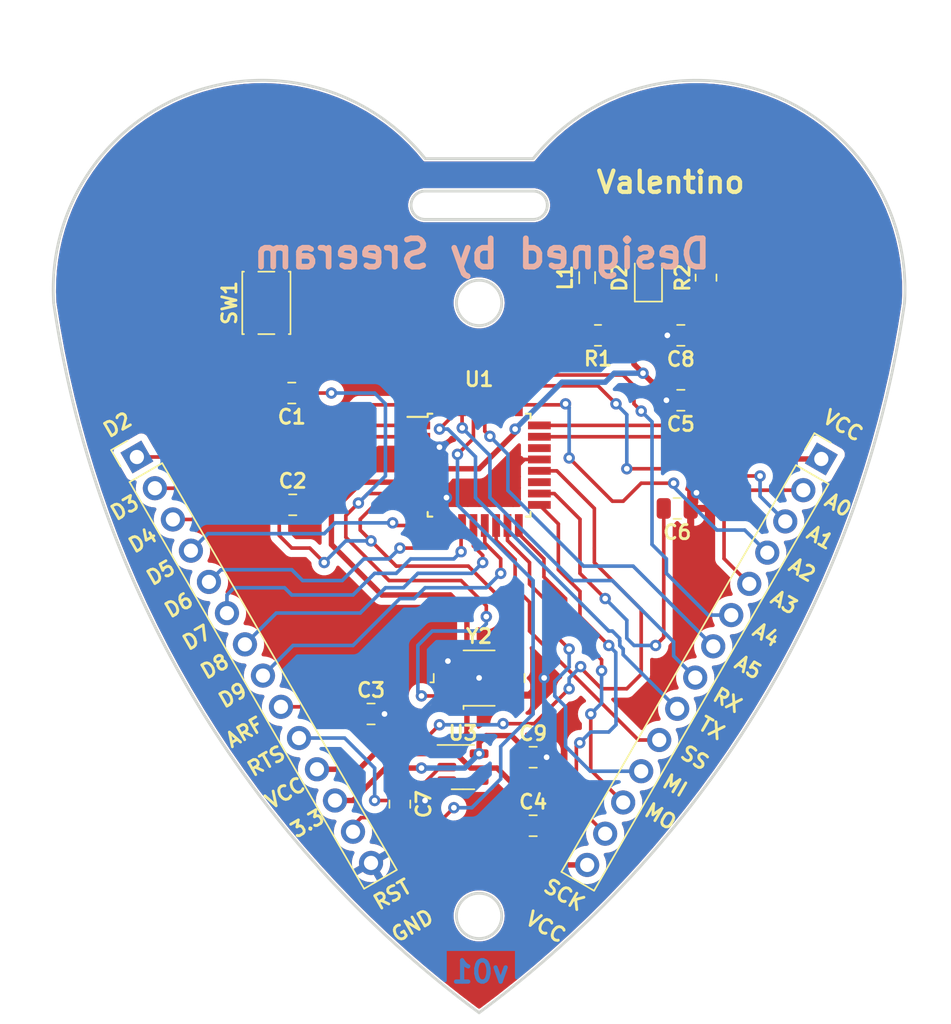
<source format=kicad_pcb>
(kicad_pcb (version 20221018) (generator pcbnew)
  (title_block (title "Valentino") (date "2024-02-14") (rev "v01") (comment 2 "creativecommons.org/licenses/by/4.0/") (comment 3 "License: CC BY 4.0") (comment 4 "Author: Sreeram"))
  (layers (0 "F.Cu" signal) (31 "B.Cu" signal) (34 "B.Paste" user) (35 "F.Paste" user) (36 "B.SilkS" user "B.Silkscreen") (37 "F.SilkS" user "F.Silkscreen") (38 "B.Mask" user) (39 "F.Mask" user) (44 "Edge.Cuts" user))
  (net 0 "")
  (net 1 "VCC")
  (net 2 "/RESET")
  (net 3 "Net-(D2-A)")
  (net 4 "GND")
  (net 7 "+3.3V")
  (net 8 "/D3")
  (net 9 "/D4")
  (net 10 "/XTAL1")
  (net 11 "/XTAL2")
  (net 12 "/D5")
  (net 13 "/D6")
  (net 14 "/D7")
  (net 15 "/D8")
  (net 16 "/D9")
  (net 17 "/SS")
  (net 18 "/MOSI")
  (net 19 "/MISO")
  (net 20 "/SCK")
  (net 21 "Net-(U1-AVCC)")
  (net 23 "/AREF")
  (net 25 "/A0")
  (net 26 "/A1")
  (net 27 "/A2")
  (net 28 "/A3")
  (net 29 "/A4")
  (net 30 "/A5")
  (net 31 "/328_RX")
  (net 32 "/328_TX")
  (net 33 "/D2")
  (net 34 "/RTS")
  (footprint "Capacitor_SMD:C_0805_2012Metric" (layer "F.Cu") (at 156.21 108.204)
    (fp_text reference "C9")
    (fp_text value "1uF")
  )
  (footprint "LED_SMD:LED_0805_2012Metric" (layer "F.Cu") (at 164.338 74.422 90)
    (fp_text reference "D2")
    (fp_text value "PWR")
  )
  (footprint "Capacitor_SMD:C_0805_2012Metric" (layer "F.Cu") (at 166.624 78.486 180)
    (fp_text reference "C8")
    (fp_text value "1uF")
  )
  (footprint "Resistor_SMD:R_0805_2012Metric" (layer "F.Cu") (at 168.402 74.422 90)
    (fp_text reference "R2")
    (fp_text value "1k")
  )
  (footprint "Package_QFP:TQFP-32_7x7mm_P0.8mm" (layer "F.Cu") (at 152.4 87.63)
    (fp_text reference "U1")
    (fp_text value "ATmega328-A")
  )
  (footprint "Capacitor_SMD:C_0805_2012Metric" (layer "F.Cu") (at 139.192 82.55 180)
    (fp_text reference "C1")
    (fp_text value "22pF")
  )
  (footprint "Capacitor_SMD:C_0805_2012Metric" (layer "F.Cu") (at 166.37 90.678 180)
    (fp_text reference "C6")
    (fp_text value "100nF")
  )
  (footprint "Capacitor_SMD:C_0805_2012Metric" (layer "F.Cu") (at 144.78 105.156)
    (fp_text reference "C3")
    (fp_text value "10nF")
  )
  (footprint "Package_TO_SOT_SMD:SOT-23-5" (layer "F.Cu") (at 151.2625 108.9)
    (fp_text reference "U3")
    (fp_text value "MIC5504-3.3YM5")
  )
  (footprint "Connector_PinHeader_2.54mm:PinHeader_1x14_P2.54mm_Vertical" (layer "F.Cu") (at 168.485 85.037685)
    (fp_text reference "VCC")
    (fp_text value "Conn_01x14_Pin")
  )
  (footprint "Capacitor_SMD:C_0805_2012Metric" (layer "F.Cu") (at 166.624 83.058 180)
    (fp_text reference "C5")
    (fp_text value "100nF")
  )
  (footprint "Capacitor_SMD:C_0805_2012Metric" (layer "F.Cu") (at 139.258 90.424)
    (fp_text reference "C2")
    (fp_text value "22pF")
  )
  (footprint "Crystal:Crystal_SMD_0603-4Pin_6.0x3.5mm" (layer "F.Cu") (at 152.4 102.63)
    (fp_text reference "Y2")
    (fp_text value "16MHz")
  )
  (footprint "Capacitor_SMD:C_0805_2012Metric" (layer "F.Cu") (at 156.21 113.03)
    (fp_text reference "C4")
    (fp_text value "1uF")
  )
  (footprint "Button_Switch_SMD:SW_SPST_PTS810" (layer "F.Cu") (at 137.4 76.2 90)
    (fp_text reference "SW1")
    (fp_text value "SW_Push")
  )
  (footprint "Resistor_SMD:R_0805_2012Metric" (layer "F.Cu") (at 160.782 78.486 180)
    (fp_text reference "R1")
    (fp_text value "100k")
  )
  (footprint "Capacitor_SMD:C_0805_2012Metric" (layer "F.Cu") (at 146.812 111.506 -90)
    (fp_text reference "C7")
    (fp_text value "100nF")
  )
  (footprint "Inductor_SMD:L_0805_2012Metric" (layer "F.Cu") (at 160.02 74.422 90)
    (fp_text reference "L1")
    (fp_text value "10uH")
  )
  (footprint "Connector_PinHeader_2.54mm:PinHeader_1x14_P2.54mm_Vertical" (layer "F.Cu") (at 137.514723 84.462937)
    (fp_text reference "J2" hide)
    (fp_text value "Conn_01x14_Pin")
  )
  (gr_line (start 148.6 66.04) (end 156.21 66.04) (stroke (width 0.2)) (layer "Edge.Cuts"))
  (gr_line (start 148.6 70.32) (end 156.21 70.32) (stroke (width 0.2)) (layer "Edge.Cuts"))
  (gr_line (start 148.6 68.32) (end 156.21 68.32) (stroke (width 0.2)) (layer "Edge.Cuts"))
  (gr_arc (start 148.6 70.32) (mid 147.6 69.32) (end 148.6 68.32) (stroke (width 0.2)) (layer "Edge.Cuts"))
  (gr_arc (start 152.4 126.2) (mid 132.392745 104.204353) (end 122.4 76.2) (stroke (width 0.2)) (layer "Edge.Cuts"))
  (gr_circle (center 152.4 119.38) (end 154 119.38) (stroke (width 0.2)) (fill none) (layer "Edge.Cuts"))
  (gr_arc (start 182.4 76.2) (mid 172.407255 104.204353) (end 152.4 126.2) (stroke (width 0.2)) (layer "Edge.Cuts"))
  (gr_arc (start 156.21 68.32) (mid 157.21 69.32) (end 156.21 70.32) (stroke (width 0.2)) (layer "Edge.Cuts"))
  (gr_circle (center 152.4 76.2) (end 154 76.2) (stroke (width 0.2)) (fill none) (layer "Edge.Cuts"))
  (gr_arc (start 122.4 76.2) (mid 131.775189 61.514682) (end 148.6 66.04) (stroke (width 0.2)) (layer "Edge.Cuts"))
  (gr_arc (start 156.21 66.04) (mid 173.029811 61.518347) (end 182.4 76.2) (stroke (width 0.2)) (layer "Edge.Cuts"))
  (gr_text "v01" (at 154.686 124.206) (layer "B.Cu") (effects (font (size 1.5 1.5) (thickness 0.3) bold) (justify left bottom mirror)))
  (gr_text "Designed by Sreeram" (at 168.91 73.914) (layer "B.SilkS") (effects (font (size 2 2) (thickness 0.4) bold) (justify left bottom mirror)))
  (gr_text "D5" (at 129.286 96.266 30) (layer "F.SilkS") (effects (font (size 1 1) (thickness 0.2) bold) (justify left bottom)))
  (gr_text "3.3" (at 139.446 114.046 30) (layer "F.SilkS") (effects (font (size 1 1) (thickness 0.2) bold) (justify left bottom)))
  (gr_text "VCC" (at 137.668 112.014 30) (layer "F.SilkS") (effects (font (size 1 1) (thickness 0.2) bold) (justify left bottom)))
  (gr_text "A3" (at 172.72 97.282 330) (layer "F.SilkS") (effects (font (size 1 1) (thickness 0.2) bold) (justify left bottom)))
  (gr_text "MI" (at 165.1 110.236 330) (layer "F.SilkS") (effects (font (size 1 1) (thickness 0.2) bold) (justify left bottom)))
  (gr_text "A2" (at 173.99 94.996 330) (layer "F.SilkS") (effects (font (size 1 1) (thickness 0.2) bold) (justify left bottom)))
  (gr_text "D3" (at 126.746 91.694 30) (layer "F.SilkS") (effects (font (size 1 1) (thickness 0.2) bold) (justify left bottom)))
  (gr_text "RST\n" (at 145.288 119.126 30) (layer "F.SilkS") (effects (font (size 1 1) (thickness 0.2) bold) (justify left bottom)))
  (gr_text "D6" (at 130.556 98.552 30) (layer "F.SilkS") (effects (font (size 1 1) (thickness 0.2) bold) (justify left bottom)))
  (gr_text "D2" (at 126.238 85.852 30) (layer "F.SilkS") (effects (font (size 1 1) (thickness 0.2) bold) (justify left bottom)))
  (gr_text "D8" (at 133.096 102.87 30) (layer "F.SilkS") (effects (font (size 1 1) (thickness 0.2) bold) (justify left bottom)))
  (gr_text "SS\n" (at 166.37 108.204 330) (layer "F.SilkS") (effects (font (size 1 1) (thickness 0.2) bold) (justify left bottom)))
  (gr_text "A4" (at 171.45 99.568 330) (layer "F.SilkS") (effects (font (size 1 1) (thickness 0.2) bold) (justify left bottom)))
  (gr_text "GND\n" (at 146.558 121.412 30) (layer "F.SilkS") (effects (font (size 1 1) (thickness 0.2) bold) (justify left bottom)))
  (gr_text "A5" (at 170.18 101.854 330) (layer "F.SilkS") (effects (font (size 1 1) (thickness 0.2) bold) (justify left bottom)))
  (gr_text "D7" (at 131.826 100.838 30) (layer "F.SilkS") (effects (font (size 1 1) (thickness 0.2) bold) (justify left bottom)))
  (gr_text "RTS\n" (at 136.398 109.728 30) (layer "F.SilkS") (effects (font (size 1 1) (thickness 0.2) bold) (justify left bottom)))
  (gr_text "A1" (at 175.26 92.71 330) (layer "F.SilkS") (effects (font (size 1 1) (thickness 0.2) bold) (justify left bottom)))
  (gr_text "TX" (at 167.64 106.172 330) (layer "F.SilkS") (effects (font (size 1 1) (thickness 0.2) bold) (justify left bottom)))
  (gr_text "ARF\n" (at 134.874 107.696 30) (layer "F.SilkS") (effects (font (size 1 1) (thickness 0.2) bold) (justify left bottom)))
  (gr_text "D9" (at 134.366 104.902 30) (layer "F.SilkS") (effects (font (size 1 1) (thickness 0.2) bold) (justify left bottom)))
  (gr_text "A0" (at 176.53 90.424 -30) (layer "F.SilkS") (effects (font (size 1 1) (thickness 0.2) bold) (justify left bottom)))
  (gr_text "SCK" (at 156.718 117.602 330) (layer "F.SilkS") (effects (font (size 1 1) (thickness 0.2) bold) (justify left bottom)))
  (gr_text "MO" (at 163.83 112.268 330) (layer "F.SilkS") (effects (font (size 1 1) (thickness 0.2) bold) (justify left bottom)))
  (gr_text "VCC\n" (at 155.448 119.888 330) (layer "F.SilkS") (effects (font (size 1 1) (thickness 0.2) bold) (justify left bottom)))
  (gr_text "D4" (at 128.016 93.98 30) (layer "F.SilkS") (effects (font (size 1 1) (thickness 0.2) bold) (justify left bottom)))
  (gr_text "RX" (at 168.656 104.14 330) (layer "F.SilkS") (effects (font (size 1 1) (thickness 0.2) bold) (justify left bottom)))
  (gr_text "Valentino" (at 160.528 68.58) (layer "F.SilkS") (effects (font (size 1.5 1.5) (thickness 0.3) bold) (justify left bottom)))
  (segment (start 149.331 88.83) (end 148.15 88.83) (width 0.381) (layer "F.Cu") (net 1))
  (segment (start 151.5405 97.9465) (end 150.368 96.774) (width 0.381) (layer "F.Cu") (net 1))
  (segment (start 148.15 87.23) (end 149.46 87.23) (width 0.381) (layer "F.Cu") (net 1))
  (segment (start 149.86 87.884) (end 152.4 87.884) (width 0.381) (layer "F.Cu") (net 1))
  (segment (start 163.957 81.153) (end 163.322 80.518) (width 0.381) (layer "F.Cu") (net 1))
  (segment (start 160.02 75.4845) (end 160.02 75.946) (width 0.381) (layer "F.Cu") (net 1))
  (segment (start 152.4 87.884) (end 154.94 85.344) (width 0.381) (layer "F.Cu") (net 1))
  (segment (start 149.86 87.884) (end 149.86 88.301) (width 0.381) (layer "F.Cu") (net 1))
  (segment (start 144.088 88.83) (end 148.15 88.83) (width 0.381) (layer "F.Cu") (net 1))
  (segment (start 141.986 90.932) (end 144.088 88.83) (width 0.381) (layer "F.Cu") (net 1))
  (segment (start 167.574 76.774) (end 167.574 78.486) (width 0.381) (layer "F.Cu") (net 1))
  (segment (start 149.86 87.63) (end 149.86 87.884) (width 0.381) (layer "F.Cu") (net 1))
  (segment (start 150.787499 107.95) (end 151.803499 108.966) (width 0.381) (layer "F.Cu") (net 1))
  (segment (start 150.125 107.95) (end 150.787499 107.95) (width 0.381) (layer "F.Cu") (net 1))
  (segment (start 167.574 78.486) (end 167.574 83.058) (width 0.381) (layer "F.Cu") (net 1))
  (segment (start 155.26 114.366) (end 156.683495 115.789495) (width 0.381) (layer "F.Cu") (net 1))
  (segment (start 163.322 79.502) (end 162.306 78.486) (width 0.381) (layer "F.Cu") (net 1))
  (segment (start 167.574 83.058) (end 167.574 84.77) (width 0.381) (layer "F.Cu") (net 1))
  (segment (start 145.542 96.774) (end 141.986 93.218) (width 0.381) (layer "F.Cu") (net 1))
  (segment (start 149.86 88.301) (end 149.331 88.83) (width 0.381) (layer "F.Cu") (net 1))
  (segment (start 155.26 110.556) (end 155.26 113.03) (width 0.381) (layer "F.Cu") (net 1))
  (segment (start 166.304 81.788) (end 164.592 81.788) (width 0.381) (layer "F.Cu") (net 1))
  (segment (start 156.683495 115.789495) (end 160.02 115.789495) (width 0.381) (layer "F.Cu") (net 1))
  (segment (start 140.969999 109.052298) (end 143.931702 109.052298) (width 0.381) (layer "F.Cu") (net 1))
  (segment (start 145.034 107.95) (end 150.125 107.95) (width 0.381) (layer "F.Cu") (net 1))
  (segment (start 161.6945 77.6205) (end 161.6945 78.486) (width 0.381) (layer "F.Cu") (net 1))
  (segment (start 154.94 85.344) (end 154.94 85.09) (width 0.381) (layer "F.Cu") (net 1))
  (segment (start 151.5405 106.5345) (end 151.5405 97.9465) (width 0.381) (layer "F.Cu") (net 1))
  (segment (start 149.46 87.23) (end 149.86 87.63) (width 0.381) (layer "F.Cu") (net 1))
  (segment (start 160.02 75.946) (end 161.6945 77.6205) (width 0.381) (layer "F.Cu") (net 1))
  (segment (start 167.574 84.77) (end 169.997336 87.193336) (width 0.381) (layer "F.Cu") (net 1))
  (segment (start 163.322 80.518) (end 163.322 79.502) (width 0.381) (layer "F.Cu") (net 1))
  (segment (start 168.402 75.3345) (end 168.402 75.946) (width 0.381) (layer "F.Cu") (net 1))
  (segment (start 150.125 107.95) (end 151.5405 106.5345) (width 0.381) (layer "F.Cu") (net 1))
  (segment (start 153.67 108.966) (end 155.26 110.556) (width 0.381) (layer "F.Cu") (net 1))
  (segment (start 168.402 75.946) (end 167.574 76.774) (width 0.381) (layer "F.Cu") (net 1))
  (segment (start 167.574 83.058) (end 166.304 81.788) (width 0.381) (layer "F.Cu") (net 1))
  (segment (start 155.26 113.03) (end 155.26 114.366) (width 0.381) (layer "F.Cu") (net 1))
  (segment (start 151.803499 108.966) (end 153.67 108.966) (width 0.381) (layer "F.Cu") (net 1))
  (segment (start 169.997336 87.193336) (end 176.53 87.193336) (width 0.381) (layer "F.Cu") (net 1))
  (segment (start 143.931702 109.052298) (end 145.034 107.95) (width 0.381) (layer "F.Cu") (net 1))
  (segment (start 141.986 93.218) (end 141.986 90.932) (width 0.381) (layer "F.Cu") (net 1))
  (segment (start 150.368 96.774) (end 145.542 96.774) (width 0.381) (layer "F.Cu") (net 1))
  (segment (start 164.592 81.788) (end 163.957 81.153) (width 0.381) (layer "F.Cu") (net 1))
  (segment (start 162.306 78.486) (end 161.6945 78.486) (width 0.381) (layer "F.Cu") (net 1))
  (via (at 154.94 85.09) (size 0.8) (drill 0.4) (layers "F.Cu" "B.Cu") (net 1))
  (via (at 163.957 81.153) (size 0.8) (drill 0.4) (layers "F.Cu" "B.Cu") (net 1))
  (segment (start 158.242 81.788) (end 161.29 81.788) (width 0.381) (layer "B.Cu") (net 1))
  (segment (start 154.94 85.09) (end 158.242 81.788) (width 0.381) (layer "B.Cu") (net 1))
  (segment (start 161.925 81.153) (end 163.957 81.153) (width 0.381) (layer "B.Cu") (net 1))
  (segment (start 161.29 81.788) (end 161.925 81.153) (width 0.381) (layer "B.Cu") (net 1))
  (segment (start 153.808 80.518) (end 158.496 80.518) (width 0.254) (layer "F.Cu") (net 2))
  (segment (start 138.475 79.293) (end 138.475 78.275) (width 0.254) (layer "F.Cu") (net 2))
  (segment (start 152.4 80.264) (end 139.446 80.264) (width 0.254) (layer "F.Cu") (net 2))
  (segment (start 143.509999 113.451707) (end 143.509999 113.030001) (width 0.254) (layer "F.Cu") (net 2))
  (segment (start 139.446 80.264) (end 138.475 79.293) (width 0.254) (layer "F.Cu") (net 2))
  (segment (start 155.448 77.216) (end 152.4 80.264) (width 0.254) (layer "F.Cu") (net 2))
  (segment (start 149.926 112.456) (end 150.622 111.76) (width 0.254) (layer "F.Cu") (net 2))
  (segment (start 144.084 112.456) (end 146.812 112.456) (width 0.254) (layer "F.Cu") (net 2))
  (segment (start 158.496 80.518) (end 159.8695 79.1445) (width 0.254) (layer "F.Cu") (net 2))
  (segment (start 159.8695 78.486) (end 159.8695 77.5735) (width 0.254) (layer "F.Cu") (net 2))
  (segment (start 159.512 77.216) (end 155.448 77.216) (width 0.254) (layer "F.Cu") (net 2))
  (segment (start 159.8695 79.1445) (end 159.8695 78.486) (width 0.254) (layer "F.Cu") (net 2))
  (segment (start 159.8695 77.5735) (end 159.512 77.216) (width 0.254) (layer "F.Cu") (net 2))
  (segment (start 152 82.326) (end 153.808 80.518) (width 0.254) (layer "F.Cu") (net 2))
  (segment (start 146.812 112.456) (end 149.926 112.456) (width 0.254) (layer "F.Cu") (net 2))
  (segment (start 138.475 74.125) (end 138.475 78.275) (width 0.254) (layer "F.Cu") (net 2))
  (segment (start 152 85.744) (end 150.876 86.868) (width 0.254) (layer "F.Cu") (net 2))
  (segment (start 143.509999 113.030001) (end 144.084 112.456) (width 0.254) (layer "F.Cu") (net 2))
  (segment (start 152 82.326) (end 152 83.38) (width 0.254) (layer "F.Cu") (net 2))
  (segment (start 152 83.38) (end 152 85.744) (width 0.254) (layer "F.Cu") (net 2))
  (via (at 150.622 111.76) (size 0.8) (drill 0.4) (layers "F.Cu" "B.Cu") (net 2))
  (via (at 150.876 86.868) (size 0.8) (drill 0.4) (layers "F.Cu" "B.Cu") (net 2))
  (segment (start 153.924 109.728) (end 153.924 107.442) (width 0.254) (layer "B.Cu") (net 2))
  (segment (start 156.21 95.758) (end 150.876 90.424) (width 0.254) (layer "B.Cu") (net 2))
  (segment (start 156.21 105.156) (end 156.21 95.758) (width 0.254) (layer "B.Cu") (net 2))
  (segment (start 150.622 111.76) (end 151.892 111.76) (width 0.254) (layer "B.Cu") (net 2))
  (segment (start 151.892 111.76) (end 153.924 109.728) (width 0.254) (layer "B.Cu") (net 2))
  (segment (start 150.876 90.424) (end 150.876 86.868) (width 0.254) (layer "B.Cu") (net 2))
  (segment (start 153.924 107.442) (end 156.21 105.156) (width 0.254) (layer "B.Cu") (net 2))
  (segment (start 164.338 73.152) (end 164.592 72.898) (width 0.254) (layer "F.Cu") (net 3))
  (segment (start 164.338 73.4845) (end 164.338 73.152) (width 0.254) (layer "F.Cu") (net 3))
  (segment (start 167.7905 72.898) (end 168.402 73.5095) (width 0.254) (layer "F.Cu") (net 3))
  (segment (start 164.592 72.898) (end 167.7905 72.898) (width 0.254) (layer "F.Cu") (net 3))
  (segment (start 148.59 109.973052) (end 148.59 111.252) (width 0.254) (layer "F.Cu") (net 4))
  (segment (start 165.674 83.058) (end 165.608 83.058) (width 0.254) (layer "F.Cu") (net 4))
  (segment (start 149.663052 108.9) (end 148.59 109.973052) (width 0.254) (layer "F.Cu") (net 4))
  (segment (start 149.606 86.36) (end 148.22 86.36) (width 0.254) (layer "F.Cu") (net 4))
  (segment (start 156.65 87.23) (end 155.596 87.23) (width 0.254) (layer "F.Cu") (net 4))
  (segment (start 146.812 87.746) (end 146.812 86.714) (width 0.254) (layer "F.Cu") (net 4))
  (segment (start 153.614 103.83) (end 152.4 102.616) (width 0.254) (layer "F.Cu") (net 4))
  (segment (start 148.22 86.36) (end 148.15 86.43) (width 0.254) (layer "F.Cu") (net 4))
  (segment (start 146.812 86.714) (end 147.096 86.43) (width 0.254) (layer "F.Cu") (net 4))
  (segment (start 155.7725 103.83) (end 156.9865 102.616) (width 0.254) (layer "F.Cu") (net 4))
  (segment (start 148.15 88.03) (end 147.096 88.03) (width 0.254) (layer "F.Cu") (net 4))
  (segment (start 150.125 108.9) (end 149.663052 108.9) (width 0.254) (layer "F.Cu") (net 4))
  (segment (start 154.6 103.83) (end 155.7725 103.83) (width 0.254) (layer "F.Cu") (net 4))
  (segment (start 167.725931 89.576069) (end 167.725931 90.272069) (width 0.254) (layer "F.Cu") (net 4))
  (segment (start 147.096 86.43) (end 148.15 86.43) (width 0.254) (layer "F.Cu") (net 4))
  (segment (start 147.096 88.03) (end 146.812 87.746) (width 0.254) (layer "F.Cu") (net 4))
  (segment (start 155.596 87.23) (end 152.91 89.916) (width 0.254) (layer "F.Cu") (net 4))
  (segment (start 167.725931 90.272069) (end 167.32 90.678) (width 0.254) (layer "F.Cu") (net 4))
  (segment (start 154.6 103.83) (end 153.614 103.83) (width 0.254) (layer "F.Cu") (net 4))
  (segment (start 152.91 89.916) (end 150.0995 89.916) (width 0.254) (layer "F.Cu") (net 4))
  (via (at 148.59 111.252) (size 0.8) (drill 0.4) (layers "F.Cu" "B.Cu") (net 4))
  (via (at 165.674 78.486) (size 0.8) (drill 0.4) (layers "F.Cu" "B.Cu") (net 4))
  (via (at 152.4 102.616) (size 0.8) (drill 0.4) (layers "F.Cu" "B.Cu") (net 4))
  (via (at 150.2 101.43) (size 0.8) (drill 0.4) (layers "F.Cu" "B.Cu") (net 4))
  (via (at 145.73 105.156) (size 0.8) (drill 0.4) (layers "F.Cu" "B.Cu") (net 4))
  (via (at 150.0995 89.916) (size 0.8) (drill 0.4) (layers "F.Cu" "B.Cu") (net 4))
  (via (at 157.16 108.204) (size 0.8) (drill 0.4) (layers "F.Cu" "B.Cu") (net 4))
  (via (at 167.725931 89.576069) (size 0.8) (drill 0.4) (layers "F.Cu" "B.Cu") (net 4))
  (via (at 149.606 86.36) (size 0.8) (drill 0.4) (layers "F.Cu" "B.Cu") (net 4))
  (via (at 165.608 83.058) (size 0.8) (drill 0.4) (layers "F.Cu" "B.Cu") (net 4))
  (via (at 156.9865 102.616) (size 0.8) (drill 0.4) (layers "F.Cu" "B.Cu") (net 4))
  (segment (start 165.608 83.058) (end 165.674 82.992) (width 0.254) (layer "B.Cu") (net 4))
  (segment (start 145.745 105.141) (end 148.179844 105.141) (width 0.254) (layer "B.Cu") (net 4))
  (segment (start 156.9865 102.616) (end 156.9865 105.1705) (width 0.254) (layer "B.Cu") (net 4))
  (segment (start 165.608 83.058) (end 167.725931 85.175931) (width 0.254) (layer "B.Cu") (net 4))
  (segment (start 152.4 102.616) (end 151.386 102.616) (width 0.254) (layer "B.Cu") (net 4))
  (segment (start 145.73 108.392) (end 145.73 105.156) (width 0.254) (layer "B.Cu") (net 4))
  (segment (start 150.0995 89.916) (end 150.0995 86.8535) (width 0.254) (layer "B.Cu") (net 4))
  (segment (start 150.2 103.120844) (end 150.2 101.43) (width 0.254) (layer "B.Cu") (net 4))
  (segment (start 165.674 82.992) (end 165.674 78.486) (width 0.254) (layer "B.Cu") (net 4))
  (segment (start 150.0995 86.8535) (end 149.606 86.36) (width 0.254) (layer "B.Cu") (net 4))
  (segment (start 167.725931 85.175931) (end 167.725931 89.576069) (width 0.254) (layer "B.Cu") (net 4))
  (segment (start 151.386 102.616) (end 150.2 101.43) (width 0.254) (layer "B.Cu") (net 4))
  (segment (start 145.73 105.156) (end 145.745 105.141) (width 0.254) (layer "B.Cu") (net 4))
  (segment (start 156.9865 105.1705) (end 157.48 105.664) (width 0.254) (layer "B.Cu") (net 4))
  (segment (start 148.179844 105.141) (end 150.2 103.120844) (width 0.254) (layer "B.Cu") (net 4))
  (segment (start 148.59 111.252) (end 145.73 108.392) (width 0.254) (layer "B.Cu") (net 4))
  (segment (start 157.48 107.884) (end 157.16 108.204) (width 0.254) (layer "B.Cu") (net 4))
  (segment (start 157.48 105.664) (end 157.48 107.884) (width 0.254) (layer "B.Cu") (net 4))
  (segment (start 155.26 108.204) (end 155.26 107.254) (width 0.381) (layer "F.Cu") (net 7))
  (segment (start 145.796 108.966) (end 148.336 108.966) (width 0.381) (layer "F.Cu") (net 7))
  (segment (start 155.26 107.254) (end 154.686 106.68) (width 0.381) (layer "F.Cu") (net 7))
  (segment (start 154.686 106.68) (end 152.908 106.68) (width 0.381) (layer "F.Cu") (net 7))
  (segment (start 152.908 106.68) (end 152.4 107.188) (width 0.381) (layer "F.Cu") (net 7))
  (segment (start 152.4 107.188) (end 152.4 107.95) (width 0.381) (layer "F.Cu") (net 7))
  (segment (start 142.24 111.252) (end 143.51 111.252) (width 0.381) (layer "F.Cu") (net 7))
  (segment (start 143.51 111.252) (end 145.796 108.966) (width 0.381) (layer "F.Cu") (net 7))
  (via (at 148.336 108.966) (size 0.8) (drill 0.4) (layers "F.Cu" "B.Cu") (net 7))
  (via (at 152.4 107.95) (size 0.8) (drill 0.4) (layers "F.Cu" "B.Cu") (net 7))
  (segment (start 148.336 108.966) (end 151.384 108.966) (width 0.381) (layer "B.Cu") (net 7))
  (segment (start 151.384 108.966) (end 152.4 107.95) (width 0.381) (layer "B.Cu") (net 7))
  (segment (start 144.532 84.83) (end 148.15 84.83) (width 0.254) (layer "F.Cu") (net 8))
  (segment (start 129.539999 89.254956) (end 131.725044 89.254956) (width 0.254) (layer "F.Cu") (net 8))
  (segment (start 143.764 85.598) (end 144.532 84.83) (width 0.254) (layer "F.Cu") (net 8))
  (segment (start 135.382 85.598) (end 143.764 85.598) (width 0.254) (layer "F.Cu") (net 8))
  (segment (start 131.725044 89.254956) (end 135.382 85.598) (width 0.254) (layer "F.Cu") (net 8))
  (segment (start 130.81 91.45466) (end 132.31934 91.45466) (width 0.254) (layer "F.Cu") (net 9))
  (segment (start 137.414 86.36) (end 144.272 86.36) (width 0.254) (layer "F.Cu") (net 9))
  (segment (start 144.272 86.36) (end 145.002 85.63) (width 0.254) (layer "F.Cu") (net 9))
  (segment (start 145.002 85.63) (end 148.15 85.63) (width 0.254) (layer "F.Cu") (net 9))
  (segment (start 132.31934 91.45466) (end 137.414 86.36) (width 0.254) (layer "F.Cu") (net 9))
  (segment (start 151.13 95.758) (end 152.908 97.536) (width 0.254) (layer "F.Cu") (net 10))
  (segment (start 144.558 89.63) (end 143.891 90.297) (width 0.254) (layer "F.Cu") (net 10))
  (segment (start 141.986 82.55) (end 140.142 82.55) (width 0.254) (layer "F.Cu") (net 10))
  (segment (start 143.891 90.297) (end 143.002 91.186) (width 0.254) (layer "F.Cu") (net 10))
  (segment (start 152.908 97.536) (end 152.908 98.298) (width 0.254) (layer "F.Cu") (net 10))
  (segment (start 146.05 95.758) (end 151.13 95.758) (width 0.254) (layer "F.Cu") (net 10))
  (segment (start 150.144 103.886) (end 150.2 103.83) (width 0.254) (layer "F.Cu") (net 10))
  (segment (start 143.002 91.186) (end 143.002 92.71) (width 0.254) (layer "F.Cu") (net 10))
  (segment (start 143.002 92.71) (end 146.05 95.758) (width 0.254) (layer "F.Cu") (net 10))
  (segment (start 148.336 103.886) (end 150.144 103.886) (width 0.254) (layer "F.Cu") (net 10))
  (segment (start 148.15 89.63) (end 144.558 89.63) (width 0.254) (layer "F.Cu") (net 10))
  (via (at 148.336 103.886) (size 0.8) (drill 0.4) (layers "F.Cu" "B.Cu") (net 10))
  (via (at 141.986 82.55) (size 0.8) (drill 0.4) (layers "F.Cu" "B.Cu") (net 10))
  (via (at 143.891 90.297) (size 0.8) (drill 0.4) (layers "F.Cu" "B.Cu") (net 10))
  (via (at 152.908 98.298) (size 0.8) (drill 0.4) (layers "F.Cu" "B.Cu") (net 10))
  (segment (start 148.082 103.632) (end 148.336 103.886) (width 0.254) (layer "B.Cu") (net 10))
  (segment (start 145.796 83.82) (end 145.796 88.392) (width 0.254) (layer "B.Cu") (net 10))
  (segment (start 152.908 98.806) (end 152.4 99.314) (width 0.254) (layer "B.Cu") (net 10))
  (segment (start 152.4 99.314) (end 149.098 99.314) (width 0.254) (layer "B.Cu") (net 10))
  (segment (start 152.908 98.298) (end 152.908 98.806) (width 0.254) (layer "B.Cu") (net 10))
  (segment (start 148.082 100.33) (end 148.082 103.632) (width 0.254) (layer "B.Cu") (net 10))
  (segment (start 145.796 83.82) (end 145.796 83.312) (width 0.254) (layer "B.Cu") (net 10))
  (segment (start 145.796 88.392) (end 143.891 90.297) (width 0.254) (layer "B.Cu") (net 10))
  (segment (start 145.034 82.55) (end 141.986 82.55) (width 0.254) (layer "B.Cu") (net 10))
  (segment (start 145.796 83.312) (end 145.034 82.55) (width 0.254) (layer "B.Cu") (net 10))
  (segment (start 149.098 99.314) (end 148.082 100.33) (width 0.254) (layer "B.Cu") (net 10))
  (segment (start 144.018 92.202) (end 144.78 92.964) (width 0.254) (layer "F.Cu") (net 11))
  (segment (start 148.15 90.43) (end 145.028 90.43) (width 0.254) (layer "F.Cu") (net 11))
  (segment (start 151.638 94.742) (end 154.6 97.704) (width 0.254) (layer "F.Cu") (net 11))
  (segment (start 138.308 90.424) (end 138.308 92.588) (width 0.254) (layer "F.Cu") (net 11))
  (segment (start 144.78 92.964) (end 146.558 94.742) (width 0.254) (layer "F.Cu") (net 11))
  (segment (start 154.6 97.704) (end 154.6 101.43) (width 0.254) (layer "F.Cu") (net 11))
  (segment (start 146.558 94.742) (end 151.638 94.742) (width 0.254) (layer "F.Cu") (net 11))
  (segment (start 139.192 93.472) (end 140.462 93.472) (width 0.254) (layer "F.Cu") (net 11))
  (segment (start 138.308 92.588) (end 139.192 93.472) (width 0.254) (layer "F.Cu") (net 11))
  (segment (start 140.462 93.472) (end 141.478 94.488) (width 0.254) (layer "F.Cu") (net 11))
  (segment (start 145.028 90.43) (end 144.018 91.44) (width 0.254) (layer "F.Cu") (net 11))
  (segment (start 144.018 91.44) (end 144.018 92.202) (width 0.254) (layer "F.Cu") (net 11))
  (via (at 144.78 92.964) (size 0.8) (drill 0.4) (layers "F.Cu" "B.Cu") (net 11))
  (via (at 141.478 94.488) (size 0.8) (drill 0.4) (layers "F.Cu" "B.Cu") (net 11))
  (segment (start 141.478 94.488) (end 143.002 92.964) (width 0.254) (layer "B.Cu") (net 11))
  (segment (start 143.002 92.964) (end 144.78 92.964) (width 0.254) (layer "B.Cu") (net 11))
  (segment (start 146.304 91.694) (end 146.49 91.88) (width 0.254) (layer "F.Cu") (net 12))
  (segment (start 146.49 91.88) (end 149.6 91.88) (width 0.254) (layer "F.Cu") (net 12))
  (via (at 146.304 91.694) (size 0.8) (drill 0.4) (layers "F.Cu" "B.Cu") (net 12))
  (segment (start 133.278366 92.456) (end 141.478 92.456) (width 0.254) (layer "B.Cu") (net 12))
  (segment (start 142.24 91.694) (end 146.304 91.694) (width 0.254) (layer "B.Cu") (net 12))
  (segment (start 132.08 93.654366) (end 133.278366 92.456) (width 0.254) (layer "B.Cu") (net 12))
  (segment (start 141.478 92.456) (end 142.24 91.694) (width 0.254) (layer "B.Cu") (net 12))
  (segment (start 150.4 92.934) (end 149.862 93.472) (width 0.254) (layer "F.Cu") (net 13))
  (segment (start 149.862 93.472) (end 146.812 93.472) (width 0.254) (layer "F.Cu") (net 13))
  (segment (start 150.4 91.88) (end 150.4 92.934) (width 0.254) (layer "F.Cu") (net 13))
  (via (at 146.812 93.472) (size 0.8) (drill 0.4) (layers "F.Cu" "B.Cu") (net 13))
  (segment (start 134.208069 94.996) (end 133.349999 95.85407) (width 0.254) (layer "B.Cu") (net 13))
  (segment (start 142.748 95.758) (end 139.954 95.758) (width 0.254) (layer "B.Cu") (net 13))
  (segment (start 139.192 94.996) (end 134.208069 94.996) (width 0.254) (layer "B.Cu") (net 13))
  (segment (start 139.954 95.758) (end 139.192 94.996) (width 0.254) (layer "B.Cu") (net 13))
  (segment (start 144.272 94.234) (end 142.748 95.758) (width 0.254) (layer "B.Cu") (net 13))
  (segment (start 146.05 94.234) (end 144.272 94.234) (width 0.254) (layer "B.Cu") (net 13))
  (segment (start 146.812 93.472) (end 146.05 94.234) (width 0.254) (layer "B.Cu") (net 13))
  (segment (start 151.13 91.95) (end 151.2 91.88) (width 0.254) (layer "F.Cu") (net 14))
  (segment (start 151.13 93.726) (end 151.13 91.95) (width 0.254) (layer "F.Cu") (net 14))
  (via (at 151.13 93.726) (size 0.8) (drill 0.4) (layers "F.Cu" "B.Cu") (net 14))
  (segment (start 147.574 94.234) (end 150.622 94.234) (width 0.254) (layer "B.Cu") (net 14))
  (segment (start 150.622 94.234) (end 151.13 93.726) (width 0.254) (layer "B.Cu") (net 14))
  (segment (start 135.128 96.266) (end 138.684 96.266) (width 0.254) (layer "B.Cu") (net 14))
  (segment (start 143.51 96.774) (end 145.034 95.25) (width 0.254) (layer "B.Cu") (net 14))
  (segment (start 145.034 95.25) (end 145.288 95.25) (width 0.254) (layer "B.Cu") (net 14))
  (segment (start 145.288 95.25) (end 146.558 95.25) (width 0.254) (layer "B.Cu") (net 14))
  (segment (start 134.619999 98.053775) (end 134.619999 96.774001) (width 0.254) (layer "B.Cu") (net 14))
  (segment (start 146.558 95.25) (end 147.574 94.234) (width 0.254) (layer "B.Cu") (net 14))
  (segment (start 138.684 96.266) (end 139.192 96.774) (width 0.254) (layer "B.Cu") (net 14))
  (segment (start 134.619999 96.774001) (end 135.128 96.266) (width 0.254) (layer "B.Cu") (net 14))
  (segment (start 139.192 96.774) (end 143.51 96.774) (width 0.254) (layer "B.Cu") (net 14))
  (segment (start 152.654 93.98) (end 152 93.326) (width 0.254) (layer "F.Cu") (net 15))
  (segment (start 152.654 94.488) (end 152.654 93.98) (width 0.254) (layer "F.Cu") (net 15))
  (segment (start 152 93.326) (end 152 91.88) (width 0.254) (layer "F.Cu") (net 15))
  (via (at 152.654 94.488) (size 0.8) (drill 0.4) (layers "F.Cu" "B.Cu") (net 15))
  (segment (start 151.892 95.25) (end 152.654 94.488) (width 0.254) (layer "B.Cu") (net 15))
  (segment (start 148.082 95.25) (end 151.892 95.25) (width 0.254) (layer "B.Cu") (net 15))
  (segment (start 145.796 96.266) (end 147.066 96.266) (width 0.254) (layer "B.Cu") (net 15))
  (segment (start 144.018 98.044) (end 145.796 96.266) (width 0.254) (layer "B.Cu") (net 15))
  (segment (start 138.099479 98.044) (end 144.018 98.044) (width 0.254) (layer "B.Cu") (net 15))
  (segment (start 135.89 100.253479) (end 138.099479 98.044) (width 0.254) (layer "B.Cu") (net 15))
  (segment (start 147.066 96.266) (end 148.082 95.25) (width 0.254) (layer "B.Cu") (net 15))
  (segment (start 152.8 91.88) (end 152.8 93.11) (width 0.254) (layer "F.Cu") (net 16))
  (segment (start 152.8 93.11) (end 153.162 93.472) (width 0.254) (layer "F.Cu") (net 16))
  (segment (start 153.162 93.472) (end 153.924 94.234) (width 0.254) (layer "F.Cu") (net 16))
  (segment (start 153.924 94.234) (end 153.924 95.25) (width 0.254) (layer "F.Cu") (net 16))
  (via (at 153.924 95.25) (size 0.8) (drill 0.4) (layers "F.Cu" "B.Cu") (net 16))
  (segment (start 148.59 96.266) (end 147.828 97.028) (width 0.254) (layer "B.Cu") (net 16))
  (segment (start 153.924 95.25) (end 152.908 96.266) (width 0.254) (layer "B.Cu") (net 16))
  (segment (start 143.51 100.33) (end 139.283183 100.33) (width 0.254) (layer "B.Cu") (net 16))
  (segment (start 146.812 97.028) (end 143.51 100.33) (width 0.254) (layer "B.Cu") (net 16))
  (segment (start 147.828 97.028) (end 146.812 97.028) (width 0.254) (layer "B.Cu") (net 16))
  (segment (start 139.283183 100.33) (end 137.159999 102.453184) (width 0.254) (layer "B.Cu") (net 16))
  (segment (start 152.908 96.266) (end 148.59 96.266) (width 0.254) (layer "B.Cu") (net 16))
  (segment (start 155.956 97.282) (end 155.956 99.314) (width 0.254) (layer "F.Cu") (net 17))
  (segment (start 153.6 92.934) (end 154.94 94.274) (width 0.254) (layer "F.Cu") (net 17))
  (segment (start 154.94 96.266) (end 155.956 97.282) (width 0.254) (layer "F.Cu") (net 17))
  (segment (start 153.6 91.88) (end 153.6 92.934) (width 0.254) (layer "F.Cu") (net 17))
  (segment (start 163.632677 106.990677) (end 165.1 106.990677) (width 0.254) (layer "F.Cu") (net 17))
  (segment (start 155.956 99.314) (end 163.632677 106.990677) (width 0.254) (layer "F.Cu") (net 17))
  (segment (start 154.94 94.274) (end 154.94 96.266) (width 0.254) (layer "F.Cu") (net 17))
  (segment (start 154.4 91.88) (end 154.4 92.934) (width 0.254) (layer "F.Cu") (net 18))
  (segment (start 155.956 94.49) (end 155.956 96.012) (width 0.254) (layer "F.Cu") (net 18))
  (segment (start 154.4 92.934) (end 155.956 94.49) (width 0.254) (layer "F.Cu") (net 18))
  (segment (start 157.226 99.06) (end 158.75 100.584) (width 0.254) (layer "F.Cu") (net 18))
  (segment (start 157.226 97.282) (end 157.226 99.06) (width 0.254) (layer "F.Cu") (net 18))
  (segment (start 155.956 96.012) (end 157.226 97.282) (width 0.254) (layer "F.Cu") (net 18))
  (via (at 158.75 100.584) (size 0.8) (drill 0.4) (layers "F.Cu" "B.Cu") (net 18))
  (segment (start 157.734 103.886) (end 157.734 102.87) (width 0.254) (layer "B.Cu") (net 18))
  (segment (start 158.496 107.442) (end 158.496 104.648) (width 0.254) (layer "B.Cu") (net 18))
  (segment (start 163.83 109.190382) (end 160.244382 109.190382) (width 0.254) (layer "B.Cu") (net 18))
  (segment (start 157.734 102.87) (end 158.75 101.854) (width 0.254) (layer "B.Cu") (net 18))
  (segment (start 160.244382 109.190382) (end 158.496 107.442) (width 0.254) (layer "B.Cu") (net 18))
  (segment (start 158.496 104.648) (end 157.734 103.886) (width 0.254) (layer "B.Cu") (net 18))
  (segment (start 158.75 101.854) (end 158.75 100.584) (width 0.254) (layer "B.Cu") (net 18))
  (segment (start 162.56 111.390086) (end 160.274 109.104086) (width 0.254) (layer "F.Cu") (net 19))
  (segment (start 161.036 101.346) (end 161.036 102.108) (width 0.254) (layer "F.Cu") (net 19))
  (segment (start 158.496 98.806) (end 160.274 100.584) (width 0.254) (layer "F.Cu") (net 19))
  (segment (start 155.2 91.88) (end 155.2 92.462) (width 0.254) (layer "F.Cu") (net 19))
  (segment (start 156.972 94.234) (end 156.972 95.504) (width 0.254) (layer "F.Cu") (net 19))
  (segment (start 160.274 109.104086) (end 160.274 105.156) (width 0.254) (layer "F.Cu") (net 19))
  (segment (start 155.2 92.462) (end 156.972 94.234) (width 0.254) (layer "F.Cu") (net 19))
  (segment (start 158.496 97.028) (end 158.496 98.806) (width 0.254) (layer "F.Cu") (net 19))
  (segment (start 160.274 100.584) (end 161.036 101.346) (width 0.254) (layer "F.Cu") (net 19))
  (segment (start 156.972 95.504) (end 158.496 97.028) (width 0.254) (layer "F.Cu") (net 19))
  (via (at 160.274 105.156) (size 0.8) (drill 0.4) (layers "F.Cu" "B.Cu") (net 19))
  (via (at 161.036 102.108) (size 0.8) (drill 0.4) (layers "F.Cu" "B.Cu") (net 19))
  (segment (start 161.036 102.108) (end 161.036 104.394) (width 0.254) (layer "B.Cu") (net 19))
  (segment (start 161.036 104.394) (end 160.274 105.156) (width 0.254) (layer "B.Cu") (net 19))
  (segment (start 159.258 107.4275) (end 159.258 111.76) (width 0.254) (layer "F.Cu") (net 20))
  (segment (start 157.988 91.768) (end 156.65 90.43) (width 0.254) (layer "F.Cu") (net 20))
  (segment (start 160.02 112.522) (end 160.222209 112.522) (width 0.254) (layer "F.Cu") (net 20))
  (segment (start 159.512 96.52) (end 157.988 94.996) (width 0.254) (layer "F.Cu") (net 20))
  (segment (start 159.258 111.76) (end 160.02 112.522) (width 0.254) (layer "F.Cu") (net 20))
  (segment (start 157.988 94.996) (end 157.988 91.768) (width 0.254) (layer "F.Cu") (net 20))
  (segment (start 159.512 98.298) (end 159.512 96.52) (width 0.254) (layer "F.Cu") (net 20))
  (segment (start 159.4975 107.188) (end 159.258 107.4275) (width 0.254) (layer "F.Cu") (net 20))
  (segment (start 161.544 100.33) (end 159.512 98.298) (width 0.254) (layer "F.Cu") (net 20))
  (segment (start 160.222209 112.522) (end 161.29 113.589791) (width 0.254) (layer "F.Cu") (net 20))
  (via (at 161.544 100.33) (size 0.8) (drill 0.4) (layers "F.Cu" "B.Cu") (net 20))
  (via (at 159.4975 107.188) (size 0.8) (drill 0.4) (layers "F.Cu" "B.Cu") (net 20))
  (segment (start 162.037 104.379) (end 162.037 100.823) (width 0.254) (layer "B.Cu") (net 20))
  (segment (start 161.544 106.426) (end 162.052 105.918) (width 0.254) (layer "B.Cu") (net 20))
  (segment (start 160.2595 106.426) (end 159.4975 107.188) (width 0.254) (layer "B.Cu") (net 20))
  (segment (start 162.037 100.823) (end 161.544 100.33) (width 0.254) (layer "B.Cu") (net 20))
  (segment (start 162.052 104.394) (end 162.037 104.379) (width 0.254) (layer "B.Cu") (net 20))
  (segment (start 162.052 105.918) (end 162.052 104.394) (width 0.254) (layer "B.Cu") (net 20))
  (segment (start 161.544 106.426) (end 160.2595 106.426) (width 0.254) (layer "B.Cu") (net 20))
  (segment (start 165.42 99.756) (end 165.42 90.678) (width 0.254) (layer "F.Cu") (net 21))
  (segment (start 159.512 95.25) (end 161.29 97.028) (width 0.254) (layer "F.Cu") (net 21))
  (segment (start 156.65 89.63) (end 157.704 89.63) (width 0.254) (layer "F.Cu") (net 21))
  (segment (start 159.512 91.438) (end 159.512 95.25) (width 0.254) (layer "F.Cu") (net 21))
  (segment (start 164.846 100.33) (end 165.42 99.756) (width 0.254) (layer "F.Cu") (net 21))
  (segment (start 157.704 89.63) (end 159.512 91.438) (width 0.254) (layer "F.Cu") (net 21))
  (via (at 164.846 100.33) (size 0.8) (drill 0.4) (layers "F.Cu" "B.Cu") (net 21))
  (via (at 161.29 97.028) (size 0.8) (drill 0.4) (layers "F.Cu" "B.Cu") (net 21))
  (segment (start 163.322 100.33) (end 164.846 100.33) (width 0.254) (layer "B.Cu") (net 21))
  (segment (start 162.814 99.822) (end 163.322 100.33) (width 0.254) (layer "B.Cu") (net 21))
  (segment (start 162.814 98.552) (end 162.814 99.822) (width 0.254) (layer "B.Cu") (net 21))
  (segment (start 161.29 97.028) (end 162.814 98.552) (width 0.254) (layer "B.Cu") (net 21))
  (segment (start 143.83 105.156) (end 143.83 106.238) (width 0.254) (layer "F.Cu") (net 23))
  (segment (start 163.83 97.79) (end 163.83 102.362) (width 0.254) (layer "F.Cu") (net 23))
  (segment (start 143.83 105.156) (end 143.326889 104.652889) (width 0.254) (layer "F.Cu") (net 23))
  (segment (start 154.09203 105.84) (end 156.288 105.84) (width 0.254) (layer "F.Cu") (net 23))
  (segment (start 157.88 88.03) (end 160.528 90.678) (width 0.254) (layer "F.Cu") (net 23))
  (segment (start 156.65 88.03) (end 157.88 88.03) (width 0.254) (layer "F.Cu") (net 23))
  (segment (start 144.526 106.934) (end 148.59 106.934) (width 0.254) (layer "F.Cu") (net 23))
  (segment (start 163.83 102.362) (end 162.814 103.378) (width 0.254) (layer "F.Cu") (net 23))
  (segment (start 160.528 93.472) (end 160.528 94.488) (width 0.254) (layer "F.Cu") (net 23))
  (segment (start 161.036 103.378) (end 162.814 103.378) (width 0.254) (layer "F.Cu") (net 23))
  (segment (start 159.560319 101.902319) (end 161.036 103.378) (width 0.254) (layer "F.Cu") (net 23))
  (segment (start 148.59 106.934) (end 149.606 105.918) (width 0.254) (layer "F.Cu") (net 23))
  (segment (start 156.288 105.84) (end 158.75 103.378) (width 0.254) (layer "F.Cu") (net 23))
  (segment (start 143.326889 104.652889) (end 138.429999 104.652889) (width 0.254) (layer "F.Cu") (net 23))
  (segment (start 143.83 106.238) (end 144.526 106.934) (width 0.254) (layer "F.Cu") (net 23))
  (segment (start 159.560319 101.820181) (end 159.560319 101.902319) (width 0.254) (layer "F.Cu") (net 23))
  (segment (start 160.528 90.678) (end 160.528 93.472) (width 0.254) (layer "F.Cu") (net 23))
  (segment (start 160.528 94.488) (end 163.83 97.79) (width 0.254) (layer "F.Cu") (net 23))
  (via (at 149.606 105.918) (size 0.8) (drill 0.4) (layers "F.Cu" "B.Cu") (net 23))
  (via (at 158.75 103.378) (size 0.8) (drill 0.4) (layers "F.Cu" "B.Cu") (net 23))
  (via (at 154.09203 105.84) (size 0.8) (drill 0.4) (layers "F.Cu" "B.Cu") (net 23))
  (via (at 159.560319 101.820181) (size 0.8) (drill 0.4) (layers "F.Cu" "B.Cu") (net 23))
  (segment (start 154.01403 105.918) (end 154.09203 105.84) (width 0.254) (layer "B.Cu") (net 23))
  (segment (start 149.606 105.918) (end 154.01403 105.918) (width 0.254) (layer "B.Cu") (net 23))
  (segment (start 158.75 102.6305) (end 159.560319 101.820181) (width 0.254) (layer "B.Cu") (net 23))
  (segment (start 158.75 103.378) (end 158.75 102.6305) (width 0.254) (layer "B.Cu") (net 23))
  (segment (start 169.657041 89.393041) (end 175.26 89.393041) (width 0.254) (layer "F.Cu") (net 25))
  (segment (start 156.65 85.63) (end 165.894 85.63) (width 0.254) (layer "F.Cu") (net 25))
  (segment (start 165.894 85.63) (end 169.657041 89.393041) (width 0.254) (layer "F.Cu") (net 25))
  (segment (start 166.831434 84.83) (end 170.393434 88.392) (width 0.254) (layer "F.Cu") (net 26))
  (segment (start 170.393434 88.392) (end 172.212 88.392) (width 0.254) (layer "F.Cu") (net 26))
  (segment (start 156.65 84.83) (end 166.831434 84.83) (width 0.254) (layer "F.Cu") (net 26))
  (via (at 172.212 88.392) (size 0.8) (drill 0.4) (layers "F.Cu" "B.Cu") (net 26))
  (segment (start 172.212 88.392) (end 172.212 89.814745) (width 0.254) (layer "B.Cu") (net 26))
  (segment (start 172.212 89.814745) (end 173.99 91.592745) (width 0.254) (layer "B.Cu") (net 26))
  (segment (start 163.83 88.9) (end 162.56 90.17) (width 0.254) (layer "F.Cu") (net 27))
  (segment (start 162.56 90.17) (end 161.798 90.17) (width 0.254) (layer "F.Cu") (net 27))
  (segment (start 161.798 90.17) (end 158.75 87.122) (width 0.254) (layer "F.Cu") (net 27))
  (segment (start 166.116 88.9) (end 163.83 88.9) (width 0.254) (layer "F.Cu") (net 27))
  (segment (start 158.496 83.312) (end 158.428 83.38) (width 0.254) (layer "F.Cu") (net 27))
  (segment (start 158.428 83.38) (end 155.2 83.38) (width 0.254) (layer "F.Cu") (net 27))
  (via (at 158.496 83.312) (size 0.8) (drill 0.4) (layers "F.Cu" "B.Cu") (net 27))
  (via (at 158.75 87.122) (size 0.8) (drill 0.4) (layers "F.Cu" "B.Cu") (net 27))
  (via (at 166.116 88.9) (size 0.8) (drill 0.4) (layers "F.Cu" "B.Cu") (net 27))
  (segment (start 166.116 89.154) (end 166.116 88.9) (width 0.254) (layer "B.Cu") (net 27))
  (segment (start 171.12955 92.202) (end 169.164 92.202) (width 0.254) (layer "B.Cu") (net 27))
  (segment (start 169.164 92.202) (end 166.116 89.154) (width 0.254) (layer "B.Cu") (net 27))
  (segment (start 158.75 83.566) (end 158.496 83.312) (width 0.254) (layer "B.Cu") (net 27))
  (segment (start 172.72 93.79245) (end 171.12955 92.202) (width 0.254) (layer "B.Cu") (net 27))
  (segment (start 158.75 87.122) (end 158.75 83.566) (width 0.254) (layer "B.Cu") (net 27))
  (segment (start 154.684 82.042) (end 160.782 82.042) (width 0.254) (layer "F.Cu") (net 28))
  (segment (start 154.4 83.38) (end 154.4 82.326) (width 0.254) (layer "F.Cu") (net 28))
  (segment (start 167.132 87.884) (end 169.672 90.424) (width 0.254) (layer "F.Cu") (net 28))
  (segment (start 162.814 87.884) (end 167.132 87.884) (width 0.254) (layer "F.Cu") (net 28))
  (segment (start 169.672 94.214154) (end 171.45 95.992154) (width 0.254) (layer "F.Cu") (net 28))
  (segment (start 160.782 82.042) (end 162.052 83.312) (width 0.254) (layer "F.Cu") (net 28))
  (segment (start 154.4 82.326) (end 154.684 82.042) (width 0.254) (layer "F.Cu") (net 28))
  (segment (start 169.672 90.424) (end 169.672 94.214154) (width 0.254) (layer "F.Cu") (net 28))
  (via (at 162.814 87.884) (size 0.8) (drill 0.4) (layers "F.Cu" "B.Cu") (net 28))
  (via (at 162.052 83.312) (size 0.8) (drill 0.4) (layers "F.Cu" "B.Cu") (net 28))
  (segment (start 162.052 83.312) (end 162.814 84.074) (width 0.254) (layer "B.Cu") (net 28))
  (segment (start 162.814 84.074) (end 162.814 87.884) (width 0.254) (layer "B.Cu") (net 28))
  (segment (start 153.6 83.38) (end 153.6 82.112) (width 0.254) (layer "F.Cu") (net 29))
  (segment (start 153.6 82.112) (end 154.432 81.28) (width 0.254) (layer "F.Cu") (net 29))
  (segment (start 163.322 82.042) (end 163.322 83.312) (width 0.254) (layer "F.Cu") (net 29))
  (segment (start 163.322 83.312) (end 163.83 83.82) (width 0.254) (layer "F.Cu") (net 29))
  (segment (start 162.56 81.28) (end 163.322 82.042) (width 0.254) (layer "F.Cu") (net 29))
  (segment (start 154.432 81.28) (end 162.56 81.28) (width 0.254) (layer "F.Cu") (net 29))
  (via (at 163.83 83.82) (size 0.8) (drill 0.4) (layers "F.Cu" "B.Cu") (net 29))
  (segment (start 163.83 83.82) (end 164.592 84.582) (width 0.254) (layer "B.Cu") (net 29))
  (segment (start 164.592 84.582) (end 164.592 93.218) (width 0.254) (layer "B.Cu") (net 29))
  (segment (start 165.608 95.25) (end 168.549859 98.191859) (width 0.254) (layer "B.Cu") (net 29))
  (segment (start 168.549859 98.191859) (end 170.18 98.191859) (width 0.254) (layer "B.Cu") (net 29))
  (segment (start 165.608 94.234) (end 165.608 95.25) (width 0.254) (layer "B.Cu") (net 29))
  (segment (start 164.592 93.218) (end 165.608 94.234) (width 0.254) (layer "B.Cu") (net 29))
  (segment (start 152.8 83.38) (end 152.8 85.236) (width 0.254) (layer "F.Cu") (net 30))
  (segment (start 152.8 85.236) (end 153.162 85.598) (width 0.254) (layer "F.Cu") (net 30))
  (via (at 153.162 85.598) (size 0.8) (drill 0.4) (layers "F.Cu" "B.Cu") (net 30))
  (segment (start 154.432 86.868) (end 154.432 89.408) (width 0.254) (layer "B.Cu") (net 30))
  (segment (start 153.162 85.598) (end 154.432 86.868) (width 0.254) (layer "B.Cu") (net 30))
  (segment (start 159.766 94.742) (end 163.260437 94.742) (width 0.254) (layer "B.Cu") (net 30))
  (segment (start 163.260437 94.742) (end 168.91 100.391563) (width 0.254) (layer "B.Cu") (net 30))
  (segment (start 154.432 89.408) (end 159.766 94.742) (width 0.254) (layer "B.Cu") (net 30))
  (segment (start 151.2 83.38) (end 151.2 84.995018) (width 0.254) (layer "F.Cu") (net 31))
  (segment (start 151.2 84.995018) (end 151.212491 85.007509) (width 0.254) (layer "F.Cu") (net 31))
  (via (at 151.212491 85.007509) (size 0.8) (drill 0.4) (layers "F.Cu" "B.Cu") (net 31))
  (segment (start 153.162 89.916) (end 159.004 95.758) (width 0.254) (layer "B.Cu") (net 31))
  (segment (start 153.162 86.957018) (end 153.162 89.916) (width 0.254) (layer "B.Cu") (net 31))
  (segment (start 161.798 95.758) (end 166.116 100.076) (width 0.254) (layer "B.Cu") (net 31))
  (segment (start 159.004 95.758) (end 161.798 95.758) (width 0.254) (layer "B.Cu") (net 31))
  (segment (start 166.116 101.067268) (end 167.64 102.591268) (width 0.254) (layer "B.Cu") (net 31))
  (segment (start 166.116 100.076) (end 166.116 101.067268) (width 0.254) (layer "B.Cu") (net 31))
  (segment (start 151.212491 85.007509) (end 153.162 86.957018) (width 0.254) (layer "B.Cu") (net 31))
  (segment (start 150.4 83.38) (end 150.4 84.296) (width 0.254) (layer "F.Cu") (net 32))
  (segment (start 150.4 84.296) (end 149.606 85.09) (width 0.254) (layer "F.Cu") (net 32))
  (via (at 149.606 85.09) (size 0.8) (drill 0.4) (layers "F.Cu" "B.Cu") (net 32))
  (segment (start 152.146 89.916) (end 161.544 99.314) (width 0.254) (layer "B.Cu") (net 32))
  (segment (start 149.606 85.09) (end 150.196844 85.09) (width 0.254) (layer "B.Cu") (net 32))
  (segment (start 162.56 100.980972) (end 166.37 104.790972) (width 0.254) (layer "B.Cu") (net 32))
  (segment (start 162.31 99.826) (end 162.31 99.997156) (width 0.254) (layer "B.Cu") (net 32))
  (segment (start 152.146 87.039156) (end 152.146 89.916) (width 0.254) (layer "B.Cu") (net 32))
  (segment (start 162.321 100.008156) (end 162.321 100.345) (width 0.254) (layer "B.Cu") (net 32))
  (segment (start 150.196844 85.09) (end 152.146 87.039156) (width 0.254) (layer "B.Cu") (net 32))
  (segment (start 162.31 99.997156) (end 162.321 100.008156) (width 0.254) (layer "B.Cu") (net 32))
  (segment (start 162.56 100.584) (end 162.56 100.980972) (width 0.254) (layer "B.Cu") (net 32))
  (segment (start 161.544 99.314) (end 161.798 99.314) (width 0.254) (layer "B.Cu") (net 32))
  (segment (start 161.798 99.314) (end 162.31 99.826) (width 0.254) (layer "B.Cu") (net 32))
  (segment (start 162.321 100.345) (end 162.56 100.584) (width 0.254) (layer "B.Cu") (net 32))
  (segment (start 132.146748 87.055252) (end 134.62 84.582) (width 0.254) (layer "F.Cu") (net 33))
  (segment (start 128.27 87.055252) (end 132.146748 87.055252) (width 0.254) (layer "F.Cu") (net 33))
  (segment (start 143.95 83.38) (end 149.6 83.38) (width 0.254) (layer "F.Cu") (net 33))
  (segment (start 134.62 84.582) (end 142.748 84.582) (width 0.254) (layer "F.Cu") (net 33))
  (segment (start 142.748 84.582) (end 143.95 83.38) (width 0.254) (layer "F.Cu") (net 33))
  (segment (start 146.116 111.252) (end 146.812 110.556) (width 0.254) (layer "F.Cu") (net 34))
  (segment (start 145.034 111.252) (end 146.116 111.252) (width 0.254) (layer "F.Cu") (net 34))
  (via (at 145.034 111.252) (size 0.8) (drill 0.4) (layers "F.Cu" "B.Cu") (net 34))
  (segment (start 139.7 106.852594) (end 142.920594 106.852594) (width 0.254) (layer "B.Cu") (net 34))
  (segment (start 143.764 107.696) (end 145.034 108.966) (width 0.254) (layer "B.Cu") (net 34))
  (segment (start 145.034 108.966) (end 145.034 111.252) (width 0.254) (layer "B.Cu") (net 34))
  (segment (start 142.920594 106.852594) (end 143.764 107.696) (width 0.254) (layer "B.Cu") (net 34))
  (zone (net 4) (net_name "GND") (layer "F.Cu") (connect_pads (clearance 0.5)) (min_thickness 0.25) (fill yes (thermal_gap 0.5) (thermal_bridge_width 0.5))
    (polygon (pts (xy 152.4 127) (xy 169.418 112.776) (xy 183.642 84.328) (xy 185.166 69.342) (xy 169.418 55.626) (xy 155.702 63.5) (xy 149.606 63.5) (xy 133.858 56.388) (xy 119.38 68.834) (xy 124.714 94.234) (xy 134.874 111.506)))
  )
  (zone (net 4) (net_name "GND") (layer "B.Cu") (priority 1) (connect_pads (clearance 0.5)) (min_thickness 0.25) (fill yes (thermal_gap 0.5) (thermal_bridge_width 0.5))
    (polygon (pts (xy 152.4 127) (xy 169.926 113.03) (xy 184.404 83.82) (xy 185.674 69.088) (xy 169.418 54.864) (xy 155.194 62.992) (xy 149.86 62.992) (xy 133.604 55.626) (xy 118.618 68.58) (xy 123.952 94.488) (xy 133.858 111.252)))
  )
)
</source>
